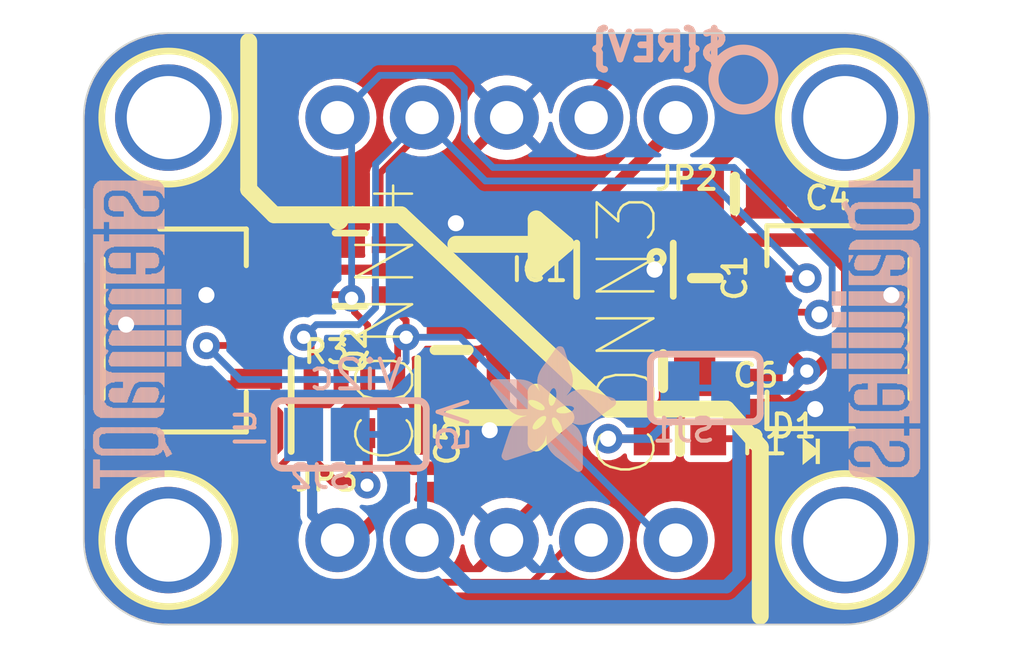
<source format=kicad_pcb>
(kicad_pcb (version 20221018) (generator pcbnew)
  (layers (0 "F.Cu" signal) (31 "B.Cu" signal) (34 "B.Paste" user) (35 "F.Paste" user) (36 "B.SilkS" user "B.Silkscreen") (37 "F.SilkS" user "F.Silkscreen") (38 "B.Mask" user) (39 "F.Mask" user) (44 "Edge.Cuts" user))
  (net 0 "")
  (net 1 "GND")
  (net 2 "SDA_5V")
  (net 3 "SCL_5V")
  (net 4 "SCL_LV")
  (net 5 "SDA_LV")
  (net 6 "VCC")
  (net 7 "N$1")
  (net 8 "N$2")
  (net 9 "N$3")
  (net 10 "N$4")
  (net 11 "5.0V")
  (net 12 "VDDIO")
  (net 13 "N$5")
  (footprint "working:SOT23-6" (layer "F.Cu") (at 152.0571 103.2256 180)
    (fp_text reference "IC1" (at 1.651 0) (layer "F.SilkS") (effects (font (size 0.692831 0.692831) (thickness 0.119969)) (justify right)))
    (fp_text value "AP3602/RT9361")
    (pad "1" smd rect (at -0.95 1.3 180) (size 0.55 1.2) (layers "F.Cu" "F.Paste" "F.Mask") (net 11 "5.0V"))
    (pad "2" smd rect (at 0 1.3 180) (size 0.55 1.2) (layers "F.Cu" "F.Paste" "F.Mask") (net 1 "GND"))
    (pad "3" smd rect (at 0.95 1.3 180) (size 0.55 1.2) (layers "F.Cu" "F.Paste" "F.Mask") (net 6 "VCC"))
    (pad "4" smd rect (at 0.95 -1.3 180) (size 0.55 1.2) (layers "F.Cu" "F.Paste" "F.Mask") (net 10 "N$4"))
    (pad "5" smd rect (at 0 -1.3 180) (size 0.55 1.2) (layers "F.Cu" "F.Paste" "F.Mask") (net 6 "VCC"))
    (pad "6" smd rect (at -0.95 -1.3 180) (size 0.55 1.2) (layers "F.Cu" "F.Paste" "F.Mask") (net 9 "N$3"))
  )
  (footprint "working:CHIPLED_0603_NOOUTLINE" (layer "F.Cu") (at 157.6451 108.6866 -90)
    (fp_text reference "D1" (at -0.762 1.27) (layer "F.SilkS") (effects (font (size 0.692831 0.692831) (thickness 0.119969)) (justify left)))
    (fp_text value "GREEN")
    (pad "A" smd rect (at 0 0.75 270) (size 0.8 0.8) (layers "F.Cu" "F.Paste" "F.Mask") (net 7 "N$1"))
    (pad "C" smd rect (at 0 -0.75 270) (size 0.8 0.8) (layers "F.Cu" "F.Paste" "F.Mask") (net 1 "GND"))
  )
  (footprint "working:PLABEL12" (layer "F.Cu") (at 148.2471 109.4486)
    (fp_text reference "PLABEL12" hide)
    (fp_text value "" hide)
  )
  (footprint "working:0805-NO" (layer "F.Cu") (at 155.3591 100.9396)
    (fp_text reference "C4" (at 2.032 0.127) (layer "F.SilkS") (effects (font (size 0.692831 0.692831) (thickness 0.119969)) (justify left)))
    (fp_text value "10uF")
    (pad "1" smd rect (at -0.95 0) (size 1.24 1.5) (layers "F.Cu" "F.Paste" "F.Mask") (net 11 "5.0V"))
    (pad "2" smd rect (at 0.95 0) (size 1.24 1.5) (layers "F.Cu" "F.Paste" "F.Mask") (net 1 "GND"))
  )
  (footprint "working:SOT363" (layer "F.Cu") (at 143.8021 103.2256 -90)
    (fp_text reference "Q2" (at 1.651 -0.127 90) (layer "F.SilkS") (effects (font (size 0.692831 0.692831) (thickness 0.119969)) (justify right)))
    (fp_text value "BSS138")
    (pad "1" smd rect (at -0.75 0.9 270) (size 0.5 0.5) (layers "F.Cu" "F.Paste" "F.Mask") (net 4 "SCL_LV"))
    (pad "2" smd rect (at 0 0.9 270) (size 0.4 0.5) (layers "F.Cu" "F.Paste" "F.Mask") (net 6 "VCC"))
    (pad "3" smd rect (at 0.75 0.9 270) (size 0.5 0.5) (layers "F.Cu" "F.Paste" "F.Mask") (net 2 "SDA_5V"))
    (pad "4" smd rect (at 0.75 -0.9 270) (size 0.5 0.5) (layers "F.Cu" "F.Paste" "F.Mask") (net 5 "SDA_LV"))
    (pad "5" smd rect (at 0 -0.9 270) (size 0.4 0.5) (layers "F.Cu" "F.Paste" "F.Mask") (net 6 "VCC"))
    (pad "6" smd rect (at -0.75 -0.9 270) (size 0.5 0.5) (layers "F.Cu" "F.Paste" "F.Mask") (net 3 "SCL_5V"))
  )
  (footprint "working:PLABEL0" (layer "F.Cu") (at 153.7081 97.0026)
    (fp_text reference "PLABEL0" hide)
    (fp_text value "" hide)
  )
  (footprint "working:PLABEL5" (layer "F.Cu") (at 159.4231 109.3216)
    (fp_text reference "PLABEL5" hide)
    (fp_text value "" hide)
  )
  (footprint "working:0603-NO" (layer "F.Cu") (at 154.4701 103.4796 -90)
    (fp_text reference "C1" (at -0.762 -0.889 90) (layer "F.SilkS") (effects (font (size 0.692831 0.692831) (thickness 0.119969)) (justify right)))
    (fp_text value "0.1uF")
    (pad "1" smd rect (at -0.85 0 270) (size 1.075 1) (layers "F.Cu" "F.Paste" "F.Mask") (net 11 "5.0V"))
    (pad "2" smd rect (at 0.85 0 270) (size 1.075 1) (layers "F.Cu" "F.Paste" "F.Mask") (net 1 "GND"))
  )
  (footprint "working:PLABEL7" (layer "F.Cu") (at 145.9611 113.1316)
    (fp_text reference "PLABEL7" hide)
    (fp_text value "" hide)
  )
  (footprint "working:0805-NO" (layer "F.Cu") (at 146.8501 105.6386 -90)
    (fp_text reference "C5" (at 2.032 0.127 90) (layer "F.SilkS") (effects (font (size 0.692831 0.692831) (thickness 0.119969)) (justify right)))
    (fp_text value "10uF")
    (pad "1" smd rect (at -0.95 0 270) (size 1.24 1.5) (layers "F.Cu" "F.Paste" "F.Mask") (net 6 "VCC"))
    (pad "2" smd rect (at 0.95 0 270) (size 1.24 1.5) (layers "F.Cu" "F.Paste" "F.Mask") (net 1 "GND"))
  )
  (footprint "working:PLABEL3" (layer "F.Cu") (at 145.9611 97.0026)
    (fp_text reference "PLABEL3" hide)
    (fp_text value "" hide)
  )
  (footprint "working:JST_SH4" (layer "F.Cu") (at 158.0261 105.0036 90)
    (fp_text reference "CONN3" (at -4.6 -5.9 90) (layer "F.SilkS") (effects (font (size 1.703222 1.703222) (thickness 0.074778)) (justify left)))
    (fp_text value "STEMMA_I2C_QT" hide)
    (pad "1" smd rect (at -1.5 -2.006 180) (size 1.55 0.6) (layers "F.Cu" "F.Paste" "F.Mask") (net 1 "GND"))
    (pad "2" smd rect (at -0.5 -2.006 180) (size 1.55 0.6) (layers "F.Cu" "F.Paste" "F.Mask") (net 11 "5.0V"))
    (pad "3" smd rect (at 0.5 -2.006 180) (size 1.55 0.6) (layers "F.Cu" "F.Paste" "F.Mask") (net 2 "SDA_5V"))
    (pad "4" smd rect (at 1.5 -2.006 180) (size 1.55 0.6) (layers "F.Cu" "F.Paste" "F.Mask") (net 3 "SCL_5V"))
    (pad "MT1" smd rect (at -2.8 1.894 180) (size 1.8 1.2) (layers "F.Cu" "F.Paste" "F.Mask") (net 1 "GND"))
    (pad "MT2" smd rect (at 2.8 1.894 180) (size 1.8 1.2) (layers "F.Cu" "F.Paste" "F.Mask") (net 1 "GND"))
  )
  (footprint "working:PLABEL10" (layer "F.Cu") (at 154.2161 113.1316)
    (fp_text reference "PLABEL10" hide)
    (fp_text value "" hide)
  )
  (footprint "working:0805-NO" (layer "F.Cu") (at 153.2001 106.2736)
    (fp_text reference "C6" (at 2.032 0.127) (layer "F.SilkS") (effects (font (size 0.692831 0.692831) (thickness 0.119969)) (justify left)))
    (fp_text value "1uF")
    (pad "1" smd rect (at -0.95 0) (size 1.24 1.5) (layers "F.Cu" "F.Paste" "F.Mask") (net 10 "N$4"))
    (pad "2" smd rect (at 0.95 0) (size 1.24 1.5) (layers "F.Cu" "F.Paste" "F.Mask") (net 9 "N$3"))
  )
  (footprint "working:MOUNTINGHOLE_2.5_PLATED" (layer "F.Cu") (at 158.6611 111.3536 180)
    (fp_text reference "U$1" hide)
    (fp_text value "MOUNTINGHOLE2.5" hide)
    (pad "P$1" thru_hole circle (at 0 0 180) (size 3.2 3.2) (drill 2.5) (layers "*.Cu" "*.Mask"))
    (zone (net 0) (net_name "") (layer "F.Cu") (connect_pads (clearance 0)) (min_thickness 0.25)
      (keepout (tracks not_allowed) (vias not_allowed) (pads not_allowed) (copperpour not_allowed) (footprints allowed))
      (fill (thermal_gap 0.5) (thermal_bridge_width 0.5))
      (polygon (pts (xy 156.6451 111.3536) (xy 156.66472 111.634173) (xy 156.723196 111.909285) (xy 156.819392 112.173581) (xy 156.951435 112.421917) (xy 157.116754 112.64946) (xy 157.312133 112.85178) (xy 157.533767 113.02494) (xy 157.777344 113.165569) (xy 158.038122 113.27093) (xy 158.311025 113.338972) (xy 158.590743 113.368372) (xy 158.871829 113.358556) (xy 159.148815 113.309716) (xy 159.416307 113.222803) (xy 159.6691 113.099507) (xy 159.902274 112.94223) (xy 160.111289 112.754031) (xy 160.292078 112.538575) (xy 160.441122 112.300055) (xy 160.55552 112.043113) (xy 160.633046 111.77275) (xy 160.672189 111.494229) (xy 160.672189 111.212971) (xy 160.633046 110.93445) (xy 160.55552 110.664087) (xy 160.441122 110.407145) (xy 160.292078 110.168625) (xy 160.111289 109.953169) (xy 159.902274 109.76497) (xy 159.6691 109.607693) (xy 159.416307 109.484397) (xy 159.148815 109.397484) (xy 158.871829 109.348644) (xy 158.590743 109.338828) (xy 158.311025 109.368228) (xy 158.038122 109.43627) (xy 157.777344 109.541631) (xy 157.533767 109.68226) (xy 157.312133 109.85542) (xy 157.116754 110.05774) (xy 156.951435 110.285283) (xy 156.819392 110.533619) (xy 156.723196 110.797915) (xy 156.66472 111.073027)))
      (polygon (pts (xy 158.6771 111.3536) (xy 158.672414 111.342286) (xy 158.6611 111.3376) (xy 158.649786 111.342286) (xy 158.6451 111.3536) (xy 158.649786 111.364914) (xy 158.6611 111.3696) (xy 158.672414 111.364914)))
    )
    (zone (net 0) (net_name "") (layer "B.Cu") (connect_pads (clearance 0)) (min_thickness 0.25)
      (keepout (tracks not_allowed) (vias not_allowed) (pads not_allowed) (copperpour not_allowed) (footprints allowed))
      (fill (thermal_gap 0.5) (thermal_bridge_width 0.5))
      (polygon (pts (xy 156.6451 111.3536) (xy 156.66472 111.634173) (xy 156.723196 111.909285) (xy 156.819392 112.173581) (xy 156.951435 112.421917) (xy 157.116754 112.64946) (xy 157.312133 112.85178) (xy 157.533767 113.02494) (xy 157.777344 113.165569) (xy 158.038122 113.27093) (xy 158.311025 113.338972) (xy 158.590743 113.368372) (xy 158.871829 113.358556) (xy 159.148815 113.309716) (xy 159.416307 113.222803) (xy 159.6691 113.099507) (xy 159.902274 112.94223) (xy 160.111289 112.754031) (xy 160.292078 112.538575) (xy 160.441122 112.300055) (xy 160.55552 112.043113) (xy 160.633046 111.77275) (xy 160.672189 111.494229) (xy 160.672189 111.212971) (xy 160.633046 110.93445) (xy 160.55552 110.664087) (xy 160.441122 110.407145) (xy 160.292078 110.168625) (xy 160.111289 109.953169) (xy 159.902274 109.76497) (xy 159.6691 109.607693) (xy 159.416307 109.484397) (xy 159.148815 109.397484) (xy 158.871829 109.348644) (xy 158.590743 109.338828) (xy 158.311025 109.368228) (xy 158.038122 109.43627) (xy 157.777344 109.541631) (xy 157.533767 109.68226) (xy 157.312133 109.85542) (xy 157.116754 110.05774) (xy 156.951435 110.285283) (xy 156.819392 110.533619) (xy 156.723196 110.797915) (xy 156.66472 111.073027)))
      (polygon (pts (xy 158.6771 111.3536) (xy 158.672414 111.342286) (xy 158.6611 111.3376) (xy 158.649786 111.342286) (xy 158.6451 111.3536) (xy 158.649786 111.364914) (xy 158.6611 111.3696) (xy 158.672414 111.364914)))
    )
  )
  (footprint "working:1X05_ROUND_76" (layer "F.Cu") (at 148.5011 98.6536 180)
    (fp_text reference "JP2" (at -6.4262 -1.8288) (layer "F.SilkS") (effects (font (size 0.692831 0.692831) (thickness 0.119969)) (justify right)))
    (fp_text value "")
    (pad "1" thru_hole circle (at -5.08 0 270) (size 1.9304 1.9304) (drill 1) (layers "*.Cu" "*.Mask") (net 6 "VCC"))
    (pad "2" thru_hole circle (at -2.54 0 270) (size 1.9304 1.9304) (drill 1) (layers "*.Cu" "*.Mask") (net 11 "5.0V"))
    (pad "3" thru_hole circle (at 0 0 270) (size 1.9304 1.9304) (drill 1) (layers "*.Cu" "*.Mask") (net 1 "GND"))
    (pad "4" thru_hole circle (at 2.54 0 270) (size 1.9304 1.9304) (drill 1) (layers "*.Cu" "*.Mask") (net 3 "SCL_5V"))
    (pad "5" thru_hole circle (at 5.08 0 270) (size 1.9304 1.9304) (drill 1) (layers "*.Cu" "*.Mask") (net 2 "SDA_5V"))
  )
  (footprint "working:PLABEL1" (layer "F.Cu") (at 151.0411 97.0026)
    (fp_text reference "PLABEL1" hide)
    (fp_text value "" hide)
  )
  (footprint "working:RESPACK_4X0603" (layer "F.Cu") (at 143.9291 107.2896)
    (fp_text reference "R3" (at -1.6 -1.6) (layer "F.SilkS") (effects (font (size 0.692831 0.692831) (thickness 0.119969)) (justify left)))
    (fp_text value "10K Pack")
    (pad "1" smd rect (at -1.3 0.85) (size 0.45 0.9) (layers "F.Cu" "F.Paste" "F.Mask") (net 12 "VDDIO"))
    (pad "2" smd rect (at -0.4 0.85) (size 0.45 0.9) (layers "F.Cu" "F.Paste" "F.Mask") (net 6 "VCC"))
    (pad "3" smd rect (at 0.4 0.85) (size 0.45 0.9) (layers "F.Cu" "F.Paste" "F.Mask") (net 12 "VDDIO"))
    (pad "4" smd rect (at 1.3 0.85) (size 0.45 0.9) (layers "F.Cu" "F.Paste" "F.Mask") (net 6 "VCC"))
    (pad "5" smd rect (at 1.3 -0.85) (size 0.45 0.9) (layers "F.Cu" "F.Paste" "F.Mask") (net 5 "SDA_LV"))
    (pad "6" smd rect (at 0.4 -0.85) (size 0.45 0.9) (layers "F.Cu" "F.Paste" "F.Mask") (net 2 "SDA_5V"))
    (pad "7" smd rect (at -0.4 -0.85) (size 0.45 0.9) (layers "F.Cu" "F.Paste" "F.Mask") (net 4 "SCL_LV"))
    (pad "8" smd rect (at -1.3 -0.85) (size 0.45 0.9) (layers "F.Cu" "F.Paste" "F.Mask") (net 3 "SCL_5V"))
  )
  (footprint "working:0603-NO" (layer "F.Cu") (at 153.7081 108.3056)
    (fp_text reference "R1" (at 1.778 0.127) (layer "F.SilkS") (effects (font (size 0.692831 0.692831) (thickness 0.119969)) (justify left)))
    (fp_text value "10K")
    (pad "1" smd rect (at -0.85 0) (size 1.075 1) (layers "F.Cu" "F.Paste" "F.Mask") (net 8 "N$2"))
    (pad "2" smd rect (at 0.85 0) (size 1.075 1) (layers "F.Cu" "F.Paste" "F.Mask") (net 7 "N$1"))
  )
  (footprint "working:PLABEL2" (layer "F.Cu") (at 148.3741 97.0026)
    (fp_text reference "PLABEL2" hide)
    (fp_text value "" hide)
  )
  (footprint "working:PLABEL6" (layer "F.Cu") (at 143.0401 113.1316)
    (fp_text reference "PLABEL6" hide)
    (fp_text value "" hide)
  )
  (footprint "working:JST_SH4" (layer "F.Cu") (at 138.9761 105.0036 -90)
    (fp_text reference "CONN4" (at -4.6 -5.9 90) (layer "F.SilkS") (effects (font (size 1.703222 1.703222) (thickness 0.074778)) (justify right)))
    (fp_text value "STEMMA_I2C_QT" hide)
    (pad "1" smd rect (at -1.5 -2.006) (size 1.55 0.6) (layers "F.Cu" "F.Paste" "F.Mask") (net 1 "GND"))
    (pad "2" smd rect (at -0.5 -2.006) (size 1.55 0.6) (layers "F.Cu" "F.Paste" "F.Mask") (net 6 "VCC"))
    (pad "3" smd rect (at 0.5 -2.006) (size 1.55 0.6) (layers "F.Cu" "F.Paste" "F.Mask") (net 5 "SDA_LV"))
    (pad "4" smd rect (at 1.5 -2.006) (size 1.55 0.6) (layers "F.Cu" "F.Paste" "F.Mask") (net 4 "SCL_LV"))
    (pad "MT1" smd rect (at -2.8 1.894) (size 1.8 1.2) (layers "F.Cu" "F.Paste" "F.Mask") (net 1 "GND"))
    (pad "MT2" smd rect (at 2.8 1.894) (size 1.8 1.2) (layers "F.Cu" "F.Paste" "F.Mask") (net 1 "GND"))
  )
  (footprint "working:1X05_ROUND_76" (layer "F.Cu") (at 148.5011 111.3536)
    (fp_text reference "JP3" (at -6.4262 -1.8288) (layer "F.SilkS") (effects (font (size 0.692831 0.692831) (thickness 0.119969)) (justify left)))
    (fp_text value "")
    (pad "1" thru_hole circle (at -5.08 0 90) (size 1.9304 1.9304) (drill 1) (layers "*.Cu" "*.Mask") (net 6 "VCC"))
    (pad "2" thru_hole circle (at -2.54 0 90) (size 1.9304 1.9304) (drill 1) (layers "*.Cu" "*.Mask") (net 11 "5.0V"))
    (pad "3" thru_hole circle (at 0 0 90) (size 1.9304 1.9304) (drill 1) (layers "*.Cu" "*.Mask") (net 1 "GND"))
    (pad "4" thru_hole circle (at 2.54 0 90) (size 1.9304 1.9304) (drill 1) (layers "*.Cu" "*.Mask") (net 4 "SCL_LV"))
    (pad "5" thru_hole circle (at 5.08 0 90) (size 1.9304 1.9304) (drill 1) (layers "*.Cu" "*.Mask") (net 5 "SDA_LV"))
  )
  (footprint "working:MOUNTINGHOLE_2.5_PLATED" (layer "F.Cu") (at 138.3411 98.6536 180)
    (fp_text reference "U$21" hide)
    (fp_text value "MOUNTINGHOLE2.5" hide)
    (pad "P$1" thru_hole circle (at 0 0 180) (size 3.2 3.2) (drill 2.5) (layers "*.Cu" "*.Mask"))
    (zone (net 0) (net_name "") (layer "F.Cu") (connect_pads (clearance 0)) (min_thickness 0.25)
      (keepout (tracks not_allowed) (vias not_allowed) (pads not_allowed) (copperpour not_allowed) (footprints allowed))
      (fill (thermal_gap 0.5) (thermal_bridge_width 0.5))
      (polygon (pts (xy 136.3251 98.6536) (xy 136.34472 98.934173) (xy 136.403196 99.209285) (xy 136.499392 99.473581) (xy 136.631435 99.721917) (xy 136.796754 99.94946) (xy 136.992133 100.15178) (xy 137.213767 100.32494) (xy 137.457344 100.465569) (xy 137.718122 100.57093) (xy 137.991025 100.638972) (xy 138.270743 100.668372) (xy 138.551829 100.658556) (xy 138.828815 100.609716) (xy 139.096307 100.522803) (xy 139.3491 100.399507) (xy 139.582274 100.24223) (xy 139.791289 100.054031) (xy 139.972078 99.838575) (xy 140.121122 99.600055) (xy 140.23552 99.343113) (xy 140.313046 99.07275) (xy 140.352189 98.794229) (xy 140.352189 98.512971) (xy 140.313046 98.23445) (xy 140.23552 97.964087) (xy 140.121122 97.707145) (xy 139.972078 97.468625) (xy 139.791289 97.253169) (xy 139.582274 97.06497) (xy 139.3491 96.907693) (xy 139.096307 96.784397) (xy 138.828815 96.697484) (xy 138.551829 96.648644) (xy 138.270743 96.638828) (xy 137.991025 96.668228) (xy 137.718122 96.73627) (xy 137.457344 96.841631) (xy 137.213767 96.98226) (xy 136.992133 97.15542) (xy 136.796754 97.35774) (xy 136.631435 97.585283) (xy 136.499392 97.833619) (xy 136.403196 98.097915) (xy 136.34472 98.373027)))
      (polygon (pts (xy 138.3571 98.6536) (xy 138.352414 98.642286) (xy 138.3411 98.6376) (xy 138.329786 98.642286) (xy 138.3251 98.6536) (xy 138.329786 98.664914) (xy 138.3411 98.6696) (xy 138.352414 98.664914)))
    )
    (zone (net 0) (net_name "") (layer "B.Cu") (connect_pads (clearance 0)) (min_thickness 0.25)
      (keepout (tracks not_allowed) (vias not_allowed) (pads not_allowed) (copperpour not_allowed) (footprints allowed))
      (fill (thermal_gap 0.5) (thermal_bridge_width 0.5))
      (polygon (pts (xy 136.3251 98.6536) (xy 136.34472 98.934173) (xy 136.403196 99.209285) (xy 136.499392 99.473581) (xy 136.631435 99.721917) (xy 136.796754 99.94946) (xy 136.992133 100.15178) (xy 137.213767 100.32494) (xy 137.457344 100.465569) (xy 137.718122 100.57093) (xy 137.991025 100.638972) (xy 138.270743 100.668372) (xy 138.551829 100.658556) (xy 138.828815 100.609716) (xy 139.096307 100.522803) (xy 139.3491 100.399507) (xy 139.582274 100.24223) (xy 139.791289 100.054031) (xy 139.972078 99.838575) (xy 140.121122 99.600055) (xy 140.23552 99.343113) (xy 140.313046 99.07275) (xy 140.352189 98.794229) (xy 140.352189 98.512971) (xy 140.313046 98.23445) (xy 140.23552 97.964087) (xy 140.121122 97.707145) (xy 139.972078 97.468625) (xy 139.791289 97.253169) (xy 139.582274 97.06497) (xy 139.3491 96.907693) (xy 139.096307 96.784397) (xy 138.828815 96.697484) (xy 138.551829 96.648644) (xy 138.270743 96.638828) (xy 137.991025 96.668228) (xy 137.718122 96.73627) (xy 137.457344 96.841631) (xy 137.213767 96.98226) (xy 136.992133 97.15542) (xy 136.796754 97.35774) (xy 136.631435 97.585283) (xy 136.499392 97.833619) (xy 136.403196 98.097915) (xy 136.34472 98.373027)))
      (polygon (pts (xy 138.3571 98.6536) (xy 138.352414 98.642286) (xy 138.3411 98.6376) (xy 138.329786 98.642286) (xy 138.3251 98.6536) (xy 138.329786 98.664914) (xy 138.3411 98.6696) (xy 138.352414 98.664914)))
    )
  )
  (footprint "working:FIDUCIAL_1MM" (layer "F.Cu") (at 140.6271 108.0516 180)
    (fp_text reference "FID3" hide)
    (fp_text value "FIDUCIAL_1MM" hide)
    (pad "1" smd roundrect (at 0 0 180) (size 1 1) (layers "F.Cu" "F.Mask") (roundrect_rratio 0.5))
  )
  (footprint "working:MOUNTINGHOLE_2.5_PLATED" (layer "F.Cu") (at 138.3411 111.3536 180)
    (fp_text reference "U$17" hide)
    (fp_text value "MOUNTINGHOLE2.5" hide)
    (pad "P$1" thru_hole circle (at 0 0 180) (size 3.2 3.2) (drill 2.5) (layers "*.Cu" "*.Mask"))
    (zone (net 0) (net_name "") (layer "F.Cu") (connect_pads (clearance 0)) (min_thickness 0.25)
      (keepout (tracks not_allowed) (vias not_allowed) (pads not_allowed) (copperpour not_allowed) (footprints allowed))
      (fill (thermal_gap 0.5) (thermal_bridge_width 0.5))
      (polygon (pts (xy 136.3251 111.3536) (xy 136.34472 111.634173) (xy 136.403196 111.909285) (xy 136.499392 112.173581) (xy 136.631435 112.421917) (xy 136.796754 112.64946) (xy 136.992133 112.85178) (xy 137.213767 113.02494) (xy 137.457344 113.165569) (xy 137.718122 113.27093) (xy 137.991025 113.338972) (xy 138.270743 113.368372) (xy 138.551829 113.358556) (xy 138.828815 113.309716) (xy 139.096307 113.222803) (xy 139.3491 113.099507) (xy 139.582274 112.94223) (xy 139.791289 112.754031) (xy 139.972078 112.538575) (xy 140.121122 112.300055) (xy 140.23552 112.043113) (xy 140.313046 111.77275) (xy 140.352189 111.494229) (xy 140.352189 111.212971) (xy 140.313046 110.93445) (xy 140.23552 110.664087) (xy 140.121122 110.407145) (xy 139.972078 110.168625) (xy 139.791289 109.953169) (xy 139.582274 109.76497) (xy 139.3491 109.607693) (xy 139.096307 109.484397) (xy 138.828815 109.397484) (xy 138.551829 109.348644) (xy 138.270743 109.338828) (xy 137.991025 109.368228) (xy 137.718122 109.43627) (xy 137.457344 109.541631) (xy 137.213767 109.68226) (xy 136.992133 109.85542) (xy 136.796754 110.05774) (xy 136.631435 110.285283) (xy 136.499392 110.533619) (xy 136.403196 110.797915) (xy 136.34472 111.073027)))
      (polygon (pts (xy 138.3571 111.3536) (xy 138.352414 111.342286) (xy 138.3411 111.3376) (xy 138.329786 111.342286) (xy 138.3251 111.3536) (xy 138.329786 111.364914) (xy 138.3411 111.3696) (xy 138.352414 111.364914)))
    )
    (zone (net 0) (net_name "") (layer "B.Cu") (connect_pads (clearance 0)) (min_thickness 0.25)
      (keepout (tracks not_allowed) (vias not_allowed) (pads not_allowed) (copperpour not_allowed) (footprints allowed))
      (fill (thermal_gap 0.5) (thermal_bridge_width 0.5))
      (polygon (pts (xy 136.3251 111.3536) (xy 136.34472 111.634173) (xy 136.403196 111.909285) (xy 136.499392 112.173581) (xy 136.631435 112.421917) (xy 136.796754 112.64946) (xy 136.992133 112.85178) (xy 137.213767 113.02494) (xy 137.457344 113.165569) (xy 137.718122 113.27093) (xy 137.991025 113.338972) (xy 138.270743 113.368372) (xy 138.551829 113.358556) (xy 138.828815 113.309716) (xy 139.096307 113.222803) (xy 139.3491 113.099507) (xy 139.582274 112.94223) (xy 139.791289 112.754031) (xy 139.972078 112.538575) (xy 140.121122 112.300055) (xy 140.23552 112.043113) (xy 140.313046 111.77275) (xy 140.352189 111.494229) (xy 140.352189 111.212971) (xy 140.313046 110.93445) (xy 140.23552 110.664087) (xy 140.121122 110.407145) (xy 139.972078 110.168625) (xy 139.791289 109.953169) (xy 139.582274 109.76497) (xy 139.3491 109.607693) (xy 139.096307 109.484397) (xy 138.828815 109.397484) (xy 138.551829 109.348644) (xy 138.270743 109.338828) (xy 137.991025 109.368228) (xy 137.718122 109.43627) (xy 137.457344 109.541631) (xy 137.213767 109.68226) (xy 136.992133 109.85542) (xy 136.796754 110.05774) (xy 136.631435 110.285283) (xy 136.499392 110.533619) (xy 136.403196 110.797915) (xy 136.34472 111.073027)))
      (polygon (pts (xy 138.3571 111.3536) (xy 138.352414 111.342286) (xy 138.3411 111.3376) (xy 138.329786 111.342286) (xy 138.3251 111.3536) (xy 138.329786 111.364914) (xy 138.3411 111.3696) (xy 138.352414 111.364914)))
    )
  )
  (footprint "working:PLABEL8" (layer "F.Cu") (at 148.6281 113.1316)
    (fp_text reference "PLABEL8" hide)
    (fp_text value "" hide)
  )
  (footprint "working:FIDUCIAL_1MM" (layer "F.Cu") (at 160.0581 106.0196 180)
    (fp_text reference "FID4" hide)
    (fp_text value "FIDUCIAL_1MM" hide)
    (pad "1" smd roundrect (at 0 0 180) (size 1 1) (layers "F.Cu" "F.Mask") (roundrect_rratio 0.5))
  )
  (footprint "working:PLABEL9" (layer "F.Cu") (at 151.1681 113.1316)
    (fp_text reference "PLABEL9" hide)
    (fp_text value "" hide)
  )
  (footprint "working:PLABEL11" (layer "F.Cu") (at 148.5011 100.5586)
    (fp_text reference "PLABEL11" hide)
    (fp_text value "" hide)
  )
  (footprint "working:PLABEL4" (layer "F.Cu") (at 143.1671 97.0026)
    (fp_text reference "PLABEL4" hide)
    (fp_text value "" hide)
  )
  (footprint "working:MOUNTINGHOLE_2.5_PLATED" (layer "F.Cu") (at 158.6611 98.6536 180)
    (fp_text reference "U$19" hide)
    (fp_text value "MOUNTINGHOLE2.5" hide)
    (pad "P$1" thru_hole circle (at 0 0 180) (size 3.2 3.2) (drill 2.5) (layers "*.Cu" "*.Mask"))
    (zone (net 0) (net_name "") (layer "F.Cu") (connect_pads (clearance 0)) (min_thickness 0.25)
      (keepout (tracks not_allowed) (vias not_allowed) (pads not_allowed) (copperpour not_allowed) (footprints allowed))
      (fill (thermal_gap 0.5) (thermal_bridge_width 0.5))
      (polygon (pts (xy 156.6451 98.6536) (xy 156.66472 98.934173) (xy 156.723196 99.209285) (xy 156.819392 99.473581) (xy 156.951435 99.721917) (xy 157.116754 99.94946) (xy 157.312133 100.15178) (xy 157.533767 100.32494) (xy 157.777344 100.465569) (xy 158.038122 100.57093) (xy 158.311025 100.638972) (xy 158.590743 100.668372) (xy 158.871829 100.658556) (xy 159.148815 100.609716) (xy 159.416307 100.522803) (xy 159.6691 100.399507) (xy 159.902274 100.24223) (xy 160.111289 100.054031) (xy 160.292078 99.838575) (xy 160.441122 99.600055) (xy 160.55552 99.343113) (xy 160.633046 99.07275) (xy 160.672189 98.794229) (xy 160.672189 98.512971) (xy 160.633046 98.23445) (xy 160.55552 97.964087) (xy 160.441122 97.707145) (xy 160.292078 97.468625) (xy 160.111289 97.253169) (xy 159.902274 97.06497) (xy 159.6691 96.907693) (xy 159.416307 96.784397) (xy 159.148815 96.697484) (xy 158.871829 96.648644) (xy 158.590743 96.638828) (xy 158.311025 96.668228) (xy 158.038122 96.73627) (xy 157.777344 96.841631) (xy 157.533767 96.98226) (xy 157.312133 97.15542) (xy 157.116754 97.35774) (xy 156.951435 97.585283) (xy 156.819392 97.833619) (xy 156.723196 98.097915) (xy 156.66472 98.373027)))
      (polygon (pts (xy 158.6771 98.6536) (xy 158.672414 98.642286) (xy 158.6611 98.6376) (xy 158.649786 98.642286) (xy 158.6451 98.6536) (xy 158.649786 98.664914) (xy 158.6611 98.6696) (xy 158.672414 98.664914)))
    )
    (zone (net 0) (net_name "") (layer "B.Cu") (connect_pads (clearance 0)) (min_thickness 0.25)
      (keepout (tracks not_allowed) (vias not_allowed) (pads not_allowed) (copperpour not_allowed) (footprints allowed))
      (fill (thermal_gap 0.5) (thermal_bridge_width 0.5))
      (polygon (pts (xy 156.6451 98.6536) (xy 156.66472 98.934173) (xy 156.723196 99.209285) (xy 156.819392 99.473581) (xy 156.951435 99.721917) (xy 157.116754 99.94946) (xy 157.312133 100.15178) (xy 157.533767 100.32494) (xy 157.777344 100.465569) (xy 158.038122 100.57093) (xy 158.311025 100.638972) (xy 158.590743 100.668372) (xy 158.871829 100.658556) (xy 159.148815 100.609716) (xy 159.416307 100.522803) (xy 159.6691 100.399507) (xy 159.902274 100.24223) (xy 160.111289 100.054031) (xy 160.292078 99.838575) (xy 160.441122 99.600055) (xy 160.55552 99.343113) (xy 160.633046 99.07275) (xy 160.672189 98.794229) (xy 160.672189 98.512971) (xy 160.633046 98.23445) (xy 160.55552 97.964087) (xy 160.441122 97.707145) (xy 160.292078 97.468625) (xy 160.111289 97.253169) (xy 159.902274 97.06497) (xy 159.6691 96.907693) (xy 159.416307 96.784397) (xy 159.148815 96.697484) (xy 158.871829 96.648644) (xy 158.590743 96.638828) (xy 158.311025 96.668228) (xy 158.038122 96.73627) (xy 157.777344 96.841631) (xy 157.533767 96.98226) (xy 157.312133 97.15542) (xy 157.116754 97.35774) (xy 156.951435 97.585283) (xy 156.819392 97.833619) (xy 156.723196 98.097915) (xy 156.66472 98.373027)))
      (polygon (pts (xy 158.6771 98.6536) (xy 158.672414 98.642286) (xy 158.6611 98.6376) (xy 158.649786 98.642286) (xy 158.6451 98.6536) (xy 158.649786 98.664914) (xy 158.6611 98.6696) (xy 158.672414 98.664914)))
    )
  )
  (footprint "working:SOLDERJUMPER_CLOSEDWIRE" (layer "B.Cu") (at 154.4701 106.7816)
    (fp_text reference "SJ1" (at -1.651 1.27) (layer "B.SilkS") (effects (font (size 0.692831 0.692831) (thickness 0.119969)) (justify right mirror)))
    (fp_text value "")
    (pad "1" smd rect (at -0.762 0) (size 1.1684 1.6002) (layers "B.Cu") (net 8 "N$2"))
    (pad "2" smd rect (at 0.762 0) (size 1.1684 1.6002) (layers "B.Cu") (net 11 "5.0V"))
    (pad "WIRE" smd rect (at 0 0 180) (size 0.635 0.2032) (layers "B.Cu"))
  )
  (footprint "working:STEMMAQT" (layer "B.Cu") (at 138.7221 100.5586 -90)
    (fp_text reference "U$30" hide)
    (fp_text value "" hide)
  )
  (footprint "working:ADAFRUIT_3.5MM" (layer "B.Cu") (at 147.9931 109.3216 90)
    (fp_text reference "U$2" hide)
    (fp_text value "" hide)
  )
  (footprint "working:STEMMAQT" (layer "B.Cu") (at 158.2801 109.4486 90)
    (fp_text reference "U$31" hide)
    (fp_text value "" hide)
  )
  (footprint "working:SOLDERJUMPER_2WAY_OPEN_NOPASTE" (layer "B.Cu") (at 143.8021 108.1786)
    (fp_text reference "SJ2" (at -1.905 1.27) (layer "B.SilkS") (effects (font (size 0.692831 0.692831) (thickness 0.119969)) (justify right mirror)))
    (fp_text value "")
    (pad "1" smd rect (at -1.397 0) (size 1.1684 1.6002) (layers "B.Cu") (net 6 "VCC"))
    (pad "2" smd rect (at 0 0) (size 1.1684 1.6002) (layers "B.Cu") (net 12 "VDDIO"))
    (pad "3" smd rect (at 1.397 0) (size 1.1684 1.6002) (layers "B.Cu") (net 11 "5.0V"))
  )
  (footprint "working:PLABEL14" (layer "B.Cu") (at 148.5011 102.8446 180)
    (fp_text reference "PLABEL14" hide)
    (fp_text value "" hide)
  )
  (footprint "working:PLABEL13" (layer "B.Cu") (at 154.5971 108.6866 180)
    (fp_text reference "PLABEL13" hide)
    (fp_text value "" hide)
  )
  (footprint "working:PCBFEAT-REV-040" (layer "B.Cu") (at 155.6131 97.5106)
    (fp_text reference "U$25" hide)
    (fp_text value "" hide)
    (fp_text user "${REV}" (at -0.3556 -0.508 180) (layer "B.SilkS") (effects (font (size 0.8128 0.8128) (thickness 0.2032)) (justify left bottom mirror)))
  )
  (gr_line (start 145.3261 101.5746) (end 141.5161 101.5746) (stroke (width 0.508)) (layer "F.SilkS"))
  (gr_line (start 141.5161 101.5746) (end 140.7541 100.8126) (stroke (width 0.508)) (layer "F.SilkS"))
  (gr_line (start 156.1211 113.6396) (end 156.1211 108.5596) (stroke (width 0.508)) (layer "F.SilkS"))
  (gr_line (start 146.9771 102.4636) (end 150.2791 102.4636) (stroke (width 0.508)) (layer "F.SilkS"))
  (gr_line (start 140.7541 100.8126) (end 140.7541 96.3676) (stroke (width 0.508)) (layer "F.SilkS"))
  (gr_line (start 151.5491 107.4166) (end 145.3261 101.5746) (stroke (width 0.508)) (layer "F.SilkS"))
  (gr_line (start 155.1051 107.4166) (end 151.5491 107.4166) (stroke (width 0.508)) (layer "F.SilkS"))
  (gr_line (start 149.3901 108.4326) (end 150.2791 107.6706) (stroke (width 0.508)) (layer "F.SilkS"))
  (gr_line (start 146.8501 107.6706) (end 150.2791 107.6706) (stroke (width 0.508)) (layer "F.SilkS"))
  (gr_line (start 150.2791 102.4636) (end 149.3901 101.7016) (stroke (width 0.508)) (layer "F.SilkS"))
  (gr_line (start 149.3901 101.7016) (end 149.3901 103.2256) (stroke (width 0.508)) (layer "F.SilkS"))
  (gr_line (start 156.1211 108.5596) (end 155.1051 107.4166) (stroke (width 0.508)) (layer "F.SilkS"))
  (gr_line (start 149.3901 103.2256) (end 150.2791 102.4636) (stroke (width 0.508)) (layer "F.SilkS"))
  (gr_line (start 149.3901 106.9086) (end 149.3901 108.4326) (stroke (width 0.508)) (layer "F.SilkS"))
  (gr_line (start 150.2791 107.6706) (end 149.3901 106.9086) (stroke (width 0.508)) (layer "F.SilkS"))
  (gr_arc (start 161.2011 111.3536) (mid 160.457151 113.149651) (end 158.6611 113.8936) (stroke (width 0.05)) (layer "Edge.Cuts"))
  (gr_line (start 138.3411 113.8936) (end 158.6611 113.8936) (stroke (width 0.05)) (layer "Edge.Cuts"))
  (gr_line (start 158.6611 96.1136) (end 138.3411 96.1136) (stroke (width 0.05)) (layer "Edge.Cuts"))
  (gr_arc (start 138.3411 113.8936) (mid 136.545049 113.149651) (end 135.8011 111.3536) (stroke (width 0.05)) (layer "Edge.Cuts"))
  (gr_line (start 135.8011 98.6536) (end 135.8011 111.3536) (stroke (width 0.05)) (layer "Edge.Cuts"))
  (gr_line (start 161.2011 111.3536) (end 161.2011 98.6536) (stroke (width 0.05)) (layer "Edge.Cuts"))
  (gr_arc (start 135.8011 98.6536) (mid 136.545049 96.857549) (end 138.3411 96.1136) (stroke (width 0.05)) (layer "Edge.Cuts"))
  (gr_arc (start 158.6611 96.1136) (mid 160.457151 96.857549) (end 161.2011 98.6536) (stroke (width 0.05)) (layer "Edge.Cuts"))
  (gr_text "5V" (at 147.3581 107.0356 -90) (layer "B.SilkS") (effects (font (size 0.89408 0.89408) (thickness 0.12192)) (justify right top mirror)))
  (gr_text "In" (at 141.2621 107.2896 -90) (layer "B.SilkS") (effects (font (size 0.89408 0.89408) (thickness 0.12192)) (justify right top mirror)))
  (gr_text "Vi2c" (at 145.4531 106.9086) (layer "B.SilkS") (effects (font (size 0.89408 0.89408) (thickness 0.12192)) (justify left bottom mirror)))
  (segment (start 154.3041 104.3296) (end 154.4701 104.3296) (width 0.4064) (layer "F.Cu") (net 1))
  (segment (start 152.0571 101.9256) (end 152.0571 102.8446) (width 0.4064) (layer "F.Cu") (net 1))
  (segment (start 149.6441 109.9566) (end 148.5011 111.0996) (width 0.3048) (layer "F.Cu") (net 1))
  (segment (start 152.0571 102.8446) (end 152.6921 103.4796) (width 0.4064) (layer "F.Cu") (net 1))
  (segment (start 148.5011 111.0996) (end 148.5011 111.3536) (width 0.3048) (layer "F.Cu") (net 1))
  (segment (start 157.8965 109.1852) (end 157.762918 109.1852) (width 0.3048) (layer "F.Cu") (net 1))
  (segment (start 157.762918 109.1852) (end 156.991518 109.9566) (width 0.3048) (layer "F.Cu") (net 1))
  (segment (start 152.6921 103.4796) (end 153.4541 103.4796) (width 0.4064) (layer "F.Cu") (net 1))
  (segment (start 156.991518 109.9566) (end 149.6441 109.9566) (width 0.3048) (layer "F.Cu") (net 1))
  (segment (start 158.3951 108.6866) (end 157.8965 109.1852) (width 0.3048) (layer "F.Cu") (net 1))
  (segment (start 153.4541 103.4796) (end 154.3041 104.3296) (width 0.4064) (layer "F.Cu") (net 1))
  (via (at 146.9771 101.8286) (size 0.889) (drill 0.4826) (layers "F.Cu" "B.Cu") (net 1))
  (via (at 137.0711 104.8766) (size 0.889) (drill 0.4826) (layers "F.Cu" "B.Cu") (net 1))
  (via (at 152.9461 103.2256) (size 0.889) (drill 0.4826) (layers "F.Cu" "B.Cu") (net 1))
  (via (at 147.9931 108.0516) (size 0.889) (drill 0.4826) (layers "F.Cu" "B.Cu") (net 1))
  (via (at 157.7721 107.4166) (size 0.889) (drill 0.4826) (layers "F.Cu" "B.Cu") (net 1))
  (via (at 160.0581 103.9876) (size 0.889) (drill 0.4826) (layers "F.Cu" "B.Cu") (net 1))
  (via (at 139.4841 103.9876) (size 0.889) (drill 0.4826) (layers "F.Cu" "B.Cu") (net 1))
  (segment (start 156.0201 104.5036) (end 157.8309 104.5036) (width 0.2032) (layer "F.Cu") (net 2))
  (segment (start 143.9291 104.169132) (end 143.9291 104.4956) (width 0.2032) (layer "F.Cu") (net 2))
  (segment (start 142.9021 103.9756) (end 143.7901 103.9756) (width 0.2032) (layer "F.Cu") (net 2))
  (segment (start 143.9291 104.4956) (end 144.3291 104.8956) (width 0.2032) (layer "F.Cu") (net 2))
  (segment (start 143.9291 104.169132) (end 143.9291 104.1146) (width 0.2032) (layer "F.Cu") (net 2))
  (segment (start 144.3291 104.8956) (end 144.3291 106.4396) (width 0.2032) (layer "F.Cu") (net 2))
  (segment (start 157.8309 104.5036) (end 157.8991 104.5718) (width 0.2032) (layer "F.Cu") (net 2))
  (segment (start 143.8457 104.085732) (end 143.9291 104.169132) (width 0.2032) (layer "F.Cu") (net 2))
  (segment (start 143.9291 104.1146) (end 143.7901 103.9756) (width 0.2032) (layer "F.Cu") (net 2))
  (via (at 143.8457 104.085732) (size 0.8064) (drill 0.4) (layers "F.Cu" "B.Cu") (net 2))
  (via (at 157.8991 104.5718) (size 0.889) (drill 0.4826) (layers "F.Cu" "B.Cu") (net 2))
  (segment (start 143.4211 98.6536) (end 144.6911 97.3836) (width 0.2032) (layer "B.Cu") (net 2))
  (segment (start 144.6911 97.3836) (end 146.8501 97.3836) (width 0.2032) (layer "B.Cu") (net 2))
  (segment (start 146.8501 97.3836) (end 147.2311 97.7646) (width 0.2032) (layer "B.Cu") (net 2))
  (segment (start 147.2311 99.2886) (end 148.0947 100.1522) (width 0.2032) (layer "B.Cu") (net 2))
  (segment (start 147.2311 97.7646) (end 147.2311 99.2886) (width 0.2032) (layer "B.Cu") (net 2))
  (segment (start 158.2801 104.1908) (end 157.8991 104.5718) (width 0.2032) (layer "B.Cu") (net 2))
  (segment (start 158.2801 103.0986) (end 158.2801 104.1908) (width 0.2032) (layer "B.Cu") (net 2))
  (segment (start 143.8457 99.0782) (end 143.4211 98.6536) (width 0.2032) (layer "B.Cu") (net 2))
  (segment (start 155.3337 100.1522) (end 158.2801 103.0986) (width 0.2032) (layer "B.Cu") (net 2))
  (segment (start 143.8457 104.085732) (end 143.8457 99.0782) (width 0.2032) (layer "B.Cu") (net 2))
  (segment (start 148.0947 100.1522) (end 155.3337 100.1522) (width 0.2032) (layer "B.Cu") (net 2))
  (segment (start 157.4941 103.5036) (end 157.5181 103.4796) (width 0.2032) (layer "F.Cu") (net 3))
  (segment (start 145.9611 99.0576) (end 145.9611 98.6536) (width 0.2032) (layer "F.Cu") (net 3))
  (segment (start 145.9611 99.0576) (end 144.7021 100.3166) (width 0.2032) (layer "F.Cu") (net 3))
  (segment (start 156.0201 103.5036) (end 157.4941 103.5036) (width 0.2032) (layer "F.Cu") (net 3))
  (segment (start 142.6291 106.4396) (end 142.6291 105.4816) (width 0.2032) (layer "F.Cu") (net 3))
  (segment (start 142.6291 105.4816) (end 142.4051 105.2576) (width 0.2032) (layer "F.Cu") (net 3))
  (segment (start 144.7021 102.4756) (end 144.7021 100.3166) (width 0.2032) (layer "F.Cu") (net 3))
  (via (at 157.5181 103.4796) (size 0.889) (drill 0.4826) (layers "F.Cu" "B.Cu") (net 3))
  (via (at 142.4051 105.2576) (size 0.8064) (drill 0.4) (layers "F.Cu" "B.Cu") (net 3))
  (segment (start 147.8661 100.5586) (end 145.9611 98.6536) (width 0.2032) (layer "B.Cu") (net 3))
  (segment (start 157.5181 103.4796) (end 154.5971 100.5586) (width 0.2032) (layer "B.Cu") (net 3))
  (segment (start 144.5641 100.0506) (end 145.9611 98.6536) (width 0.2032) (layer "B.Cu") (net 3))
  (segment (start 144.5641 104.3686) (end 144.0561 104.8766) (width 0.2032) (layer "B.Cu") (net 3))
  (segment (start 154.5971 100.5586) (end 147.8661 100.5586) (width 0.2032) (layer "B.Cu") (net 3))
  (segment (start 142.7861 104.8766) (end 142.4051 105.2576) (width 0.2032) (layer "B.Cu") (net 3))
  (segment (start 144.0561 104.8766) (end 142.7861 104.8766) (width 0.2032) (layer "B.Cu") (net 3))
  (segment (start 144.5641 104.3686) (end 144.5641 100.0506) (width 0.2032) (layer "B.Cu") (net 3))
  (segment (start 141.1341 106.6556) (end 140.9821 106.5036) (width 0.2032) (layer "F.Cu") (net 4))
  (segment (start 143.5291 106.9276) (end 143.1671 107.2896) (width 0.2032) (layer "F.Cu") (net 4))
  (segment (start 151.0411 111.3536) (end 150.5331 111.3536) (width 0.2032) (layer "F.Cu") (net 4))
  (segment (start 141.0071 106.6556) (end 141.1341 106.6556) (width 0.2032) (layer "F.Cu") (net 4))
  (segment (start 141.5161 109.3216) (end 142.0993 108.7384) (width 0.2032) (layer "F.Cu") (net 4))
  (segment (start 142.5321 112.6236) (end 141.5161 111.6076) (width 0.2032) (layer "F.Cu") (net 4))
  (segment (start 141.3881 106.6556) (end 142.0221 107.2896) (width 0.2032) (layer "F.Cu") (net 4))
  (segment (start 142.0993 107.3414) (end 142.1511 107.2896) (width 0.2032) (layer "F.Cu") (net 4))
  (segment (start 139.2311 106.6556) (end 141.0071 106.6556) (width 0.2032) (layer "F.Cu") (net 4))
  (segment (start 142.0993 108.7384) (end 142.0993 107.3414) (width 0.2032) (layer "F.Cu") (net 4))
  (segment (start 141.1341 106.6556) (end 141.3881 106.6556) (width 0.2032) (layer "F.Cu") (net 4))
  (segment (start 142.0221 107.2896) (end 142.1511 107.2896) (width 0.2032) (layer "F.Cu") (net 4))
  (segment (start 142.3941 102.4756) (end 142.0251 102.8446) (width 0.2032) (layer "F.Cu") (net 4))
  (segment (start 142.0251 102.8446) (end 139.3571 102.8446) (width 0.2032) (layer "F.Cu") (net 4))
  (segment (start 138.5951 103.6066) (end 138.5951 106.0196) (width 0.2032) (layer "F.Cu") (net 4))
  (segment (start 139.3571 102.8446) (end 138.5951 103.6066) (width 0.2032) (layer "F.Cu") (net 4))
  (segment (start 138.5951 106.0196) (end 139.2311 106.6556) (width 0.2032) (layer "F.Cu") (net 4))
  (segment (start 141.5161 111.6076) (end 141.5161 109.3216) (width 0.2032) (layer "F.Cu") (net 4))
  (segment (start 150.5331 111.3536) (end 149.2631 112.6236) (width 0.2032) (layer "F.Cu") (net 4))
  (segment (start 143.1671 107.2896) (end 142.1511 107.2896) (width 0.2032) (layer "F.Cu") (net 4))
  (segment (start 142.5321 112.6236) (end 149.2631 112.6236) (width 0.2032) (layer "F.Cu") (net 4))
  (segment (start 143.5291 106.4396) (end 143.5291 106.9276) (width 0.2032) (layer "F.Cu") (net 4))
  (segment (start 142.9021 102.4756) (end 142.3941 102.4756) (width 0.2032) (layer "F.Cu") (net 4))
  (segment (start 140.9821 105.5036) (end 139.4921 105.5036) (width 0.2032) (layer "F.Cu") (net 5))
  (segment (start 145.2291 105.4236) (end 145.2291 106.4396) (width 0.2032) (layer "F.Cu") (net 5))
  (segment (start 145.4831 104.7566) (end 145.4831 105.2576) (width 0.2032) (layer "F.Cu") (net 5))
  (segment (start 145.4831 105.2576) (end 145.3951 105.2576) (width 0.2032) (layer "F.Cu") (net 5))
  (segment (start 145.3951 105.2576) (end 145.2291 105.4236) (width 0.2032) (layer "F.Cu") (net 5))
  (segment (start 139.4921 105.5036) (end 139.4841 105.5116) (width 0.2032) (layer "F.Cu") (net 5))
  (segment (start 144.7021 103.9756) (end 145.4831 104.7566) (width 0.2032) (layer "F.Cu") (net 5))
  (via (at 139.4841 105.5116) (size 0.8064) (drill 0.4) (layers "F.Cu" "B.Cu") (net 5))
  (via (at 145.4831 105.2576) (size 0.8064) (drill 0.4) (layers "F.Cu" "B.Cu") (net 5))
  (segment (start 153.2001 111.3536) (end 153.5811 111.3536) (width 0.2032) (layer "B.Cu") (net 5))
  (segment (start 145.4831 105.2576) (end 145.4831 105.9896) (width 0.2032) (layer "B.Cu") (net 5))
  (segment (start 139.4841 105.5116) (end 140.5001 106.5276) (width 0.2032) (layer "B.Cu") (net 5))
  (segment (start 140.5001 106.5276) (end 144.9451 106.5276) (width 0.2032) (layer "B.Cu") (net 5))
  (segment (start 145.4831 105.9896) (end 144.9451 106.5276) (width 0.2032) (layer "B.Cu") (net 5))
  (segment (start 153.2001 111.3536) (end 147.1041 105.2576) (width 0.2032) (layer "B.Cu") (net 5))
  (segment (start 147.1041 105.2576) (end 145.4831 105.2576) (width 0.2032) (layer "B.Cu") (net 5))
  (segment (start 145.2291 107.4466) (end 145.2291 108.1396) (width 0.3048) (layer "F.Cu") (net 6))
  (segment (start 145.7071 109.1946) (end 145.3561 108.8436) (width 0.4064) (layer "F.Cu") (net 6))
  (segment (start 142.9021 103.2256) (end 142.3941 103.2256) (width 0.3048) (layer "F.Cu") (net 6))
  (segment (start 142.2671 103.3526) (end 142.2671 104.2526) (width 0.3048) (layer "F.Cu") (net 6))
  (segment (start 145.3561 109.9266) (end 144.0371 111.2456) (width 0.4064) (layer "F.Cu") (net 6))
  (segment (start 142.9021 103.2256) (end 144.7021 103.2256) (width 0.3048) (layer "F.Cu") (net 6))
  (segment (start 143.5291 111.2456) (end 143.4211 111.3536) (width 0.3048) (layer "F.Cu") (net 6))
  (segment (start 152.0571 103.9876) (end 152.0571 104.5256) (width 0.3048) (layer "F.Cu") (net 6))
  (segment (start 151.1071 101.9256) (end 151.1071 103.0376) (width 0.3048) (layer "F.Cu") (net 6))
  (segment (start 151.1071 103.0376) (end 152.0571 103.9876) (width 0.3048) (layer "F.Cu") (net 6))
  (segment (start 140.9821 104.5036) (end 142.0161 104.5036) (width 0.3048) (layer "F.Cu") (net 6))
  (segment (start 153.5811 98.9076) (end 151.1071 101.3816) (width 0.4064) (layer "F.Cu") (net 6))
  (segment (start 145.3561 108.8436) (end 145.2291 108.7166) (width 0.4064) (layer "F.Cu") (net 6))
  (segment (start 144.0371 111.2456) (end 143.5291 111.2456) (width 0.4064) (layer "F.Cu") (net 6))
  (segment (start 145.0721 107.2896) (end 145.2291 107.4466) (width 0.3048) (layer "F.Cu") (net 6))
  (segment (start 149.0091 108.5596) (end 148.3741 109.1946) (width 0.4064) (layer "F.Cu") (net 6))
  (segment (start 143.813681 107.2896) (end 145.0721 107.2896) (width 0.3048) (layer "F.Cu") (net 6))
  (segment (start 149.0091 104.8456) (end 149.0091 108.5596) (width 0.4064) (layer "F.Cu") (net 6))
  (segment (start 144.7021 103.2256) (end 145.3871 103.2256) (width 0.3048) (layer "F.Cu") (net 6))
  (segment (start 142.3941 103.2256) (end 142.2671 103.3526) (width 0.3048) (layer "F.Cu") (net 6))
  (segment (start 146.8501 104.6886) (end 148.3441 104.6886) (width 0.3048) (layer "F.Cu") (net 6))
  (segment (start 143.5291 107.574182) (end 143.813681 107.2896) (width 0.3048) (layer "F.Cu") (net 6))
  (segment (start 148.3441 104.6886) (end 148.8521 104.6886) (width 0.3048) (layer "F.Cu") (net 6))
  (segment (start 145.3561 108.8436) (end 145.3561 109.9266) (width 0.4064) (layer "F.Cu") (net 6))
  (segment (start 143.5291 108.1396) (end 143.5291 107.574182) (width 0.3048) (layer "F.Cu") (net 6))
  (segment (start 151.1071 101.3816) (end 151.1071 101.9256) (width 0.4064) (layer "F.Cu") (net 6))
  (segment (start 145.2291 108.1396) (end 145.2291 108.7166) (width 0.4064) (layer "F.Cu") (net 6))
  (segment (start 148.3741 109.1946) (end 145.7071 109.1946) (width 0.4064) (layer "F.Cu") (net 6))
  (segment (start 142.2671 104.2526) (end 142.0161 104.5036) (width 0.3048) (layer "F.Cu") (net 6))
  (segment (start 145.3871 103.2256) (end 146.8501 104.6886) (width 0.3048) (layer "F.Cu") (net 6))
  (segment (start 153.5811 98.6536) (end 153.5811 98.9076) (width 0.4064) (layer "F.Cu") (net 6))
  (segment (start 148.8521 104.6886) (end 149.0091 104.8456) (width 0.4064) (layer "F.Cu") (net 6))
  (segment (start 151.1071 101.9256) (end 148.3441 104.6886) (width 0.3048) (layer "F.Cu") (net 6))
  (segment (start 142.4051 108.1786) (end 142.6591 108.4326) (width 0.3048) (layer "B.Cu") (net 6))
  (segment (start 142.6591 110.5916) (end 143.4211 111.3536) (width 0.3048) (layer "B.Cu") (net 6))
  (segment (start 142.6591 108.4326) (end 142.6591 110.5916) (width 0.3048) (layer "B.Cu") (net 6))
  (segment (start 154.5581 108.3056) (end 156.5141 108.3056) (width 0.2032) (layer "F.Cu") (net 7))
  (segment (start 156.5141 108.3056) (end 156.8951 108.6866) (width 0.2032) (layer "F.Cu") (net 7))
  (segment (start 152.8581 108.3056) (end 151.5491 108.3056) (width 0.254) (layer "F.Cu") (net 8))
  (via (at 151.5491 108.3056) (size 0.889) (drill 0.4826) (layers "F.Cu" "B.Cu") (net 8))
  (segment (start 152.8191 108.3056) (end 153.7081 107.4166) (width 0.254) (layer "B.Cu") (net 8))
  (segment (start 153.7081 107.4166) (end 153.7081 106.7816) (width 0.254) (layer "B.Cu") (net 8))
  (segment (start 151.5491 108.3056) (end 152.8191 108.3056) (width 0.254) (layer "B.Cu") (net 8))
  (segment (start 154.1501 106.1466) (end 154.1501 106.2736) (width 0.3048) (layer "F.Cu") (net 9))
  (segment (start 153.0071 104.5256) (end 153.0071 105.0036) (width 0.3048) (layer "F.Cu") (net 9))
  (segment (start 154.1501 106.1466) (end 153.0071 105.0036) (width 0.3048) (layer "F.Cu") (net 9))
  (segment (start 151.1071 105.1306) (end 152.2501 106.2736) (width 0.3048) (layer "F.Cu") (net 10))
  (segment (start 151.1071 104.5256) (end 151.1071 105.1306) (width 0.3048) (layer "F.Cu") (net 10))
  (segment (start 158.75 105.305257) (end 157.781656 106.2736) (width 0.4064) (layer "F.Cu") (net 11))
  (segment (start 154.4701 102.6296) (end 154.9391 102.6296) (width 0.4064) (layer "F.Cu") (net 11))
  (segment (start 154.4091 100.9396) (end 153.9931 100.9396) (width 0.4064) (layer "F.Cu") (net 11))
  (segment (start 154.9391 102.6296) (end 155.2321 102.3366) (width 0.4064) (layer "F.Cu") (net 11))
  (segment (start 154.9781 97.1296) (end 151.9301 97.1296) (width 0.4064) (layer "F.Cu") (net 11))
  (segment (start 155.2321 99.6696) (end 155.2321 97.3836) (width 0.4064) (layer "F.Cu") (net 11))
  (segment (start 156.0201 105.5036) (end 156.7481 105.5036) (width 0.4064) (layer "F.Cu") (net 11))
  (segment (start 154.4091 100.4926) (end 155.2321 99.6696) (width 0.4064) (layer "F.Cu") (net 11))
  (segment (start 157.5181 106.2736) (end 156.7481 105.5036) (width 0.4064) (layer "F.Cu") (net 11))
  (segment (start 153.7661 101.9256) (end 154.4701 102.6296) (width 0.4064) (layer "F.Cu") (net 11))
  (segment (start 153.0071 101.9256) (end 153.7661 101.9256) (width 0.4064) (layer "F.Cu") (net 11))
  (segment (start 158.75 103.1875) (end 158.75 105.305257) (width 0.4064) (layer "F.Cu") (net 11))
  (segment (start 151.9301 97.1296) (end 151.0411 98.0186) (width 0.4064) (layer "F.Cu") (net 11))
  (segment (start 157.8991 102.3366) (end 158.75 103.1875) (width 0.4064) (layer "F.Cu") (net 11))
  (segment (start 153.9931 100.9396) (end 153.0071 101.9256) (width 0.4064) (layer "F.Cu") (net 11))
  (segment (start 155.2321 102.3366) (end 157.8991 102.3366) (width 0.4064) (layer "F.Cu") (net 11))
  (segment (start 151.0411 98.0186) (end 151.0411 98.6536) (width 0.4064) (layer "F.Cu") (net 11))
  (segment (start 157.5181 106.2736) (end 157.781656 106.2736) (width 0.4064) (layer "F.Cu") (net 11))
  (segment (start 155.2321 97.3836) (end 154.9781 97.1296) (width 0.4064) (layer "F.Cu") (net 11))
  (segment (start 154.4091 100.9396) (end 154.4091 100.4926) (width 0.4064) (layer "F.Cu") (net 11))
  (via (at 157.5181 106.2736) (size 0.8064) (drill 0.4) (layers "F.Cu" "B.Cu") (net 11))
  (segment (start 145.9611 109.1946) (end 145.1991 108.4326) (width 0.3048) (layer "B.Cu") (net 11))
  (segment (start 147.3581 112.7506) (end 155.1051 112.7506) (width 0.4064) (layer "B.Cu") (net 11))
  (segment (start 157.5181 106.2736) (end 157.0101 106.7816) (width 0.4064) (layer "B.Cu") (net 11))
  (segment (start 145.9611 109.1946) (end 145.9611 111.3536) (width 0.3048) (layer "B.Cu") (net 11))
  (segment (start 145.9611 111.3536) (end 147.3581 112.7506) (width 0.4064) (layer "B.Cu") (net 11))
  (segment (start 145.1991 108.1786) (end 145.1991 108.4326) (width 0.3048) (layer "B.Cu") (net 11))
  (segment (start 157.0101 106.7816) (end 155.2321 106.7816) (width 0.4064) (layer "B.Cu") (net 11))
  (segment (start 155.4861 112.3696) (end 155.4861 106.7816) (width 0.4064) (layer "B.Cu") (net 11))
  (segment (start 155.1051 112.7506) (end 155.4861 112.3696) (width 0.4064) (layer "B.Cu") (net 11))
  (segment (start 155.4861 106.7816) (end 155.2321 106.7816) (width 0.4064) (layer "B.Cu") (net 11))
  (segment (start 144.0561 109.5756) (end 144.3291 109.3026) (width 0.3048) (layer "F.Cu") (net 12))
  (segment (start 142.6291 108.1396) (end 142.6291 108.9106) (width 0.3048) (layer "F.Cu") (net 12))
  (segment (start 144.3101 109.7026) (end 144.1831 109.5756) (width 0.3048) (layer "F.Cu") (net 12))
  (segment (start 143.2941 109.5756) (end 142.6291 108.9106) (width 0.3048) (layer "F.Cu") (net 12))
  (segment (start 144.0561 109.5756) (end 143.2941 109.5756) (width 0.3048) (layer "F.Cu") (net 12))
  (segment (start 144.3291 109.3026) (end 144.3291 108.1396) (width 0.3048) (layer "F.Cu") (net 12))
  (segment (start 144.1831 109.5756) (end 144.0561 109.5756) (width 0.3048) (layer "F.Cu") (net 12))
  (via (at 144.3101 109.7026) (size 0.8001) (drill 0.3937) (layers "F.Cu" "B.Cu") (net 12))
  (segment (start 144.3101 109.7026) (end 143.8021 109.1946) (width 0.3048) (layer "B.Cu") (net 12))
  (segment (start 143.8021 109.1946) (end 143.8021 108.1786) (width 0.3048) (layer "B.Cu") (net 12))
  (segment (start 144.3101 108.1786) (end 144.6911 108.1786) (width 0.2032) (layer "B.Cu") (net 13))
  (zone (net 1) (net_name "GND") (layer "F.Cu") (priority 6) (connect_pads (clearance 0.000001)) (min_thickness 0.127) (fill yes (thermal_gap 0.304) (thermal_bridge_width 0.304))
    (polygon (pts (xy 161.3281 114.0206) (xy 135.6741 114.0206) (xy 135.6741 95.9866) (xy 161.3281 95.9866)))
  )
  (zone (net 1) (net_name "GND") (layer "B.Cu") (priority 6) (connect_pads (clearance 0.000001)) (min_thickness 0.127) (fill yes (thermal_gap 0.304) (thermal_bridge_width 0.304))
    (polygon (pts (xy 161.3281 114.0206) (xy 135.6741 114.0206) (xy 135.6741 95.9866) (xy 161.3281 95.9866)))
  )
)
</source>
